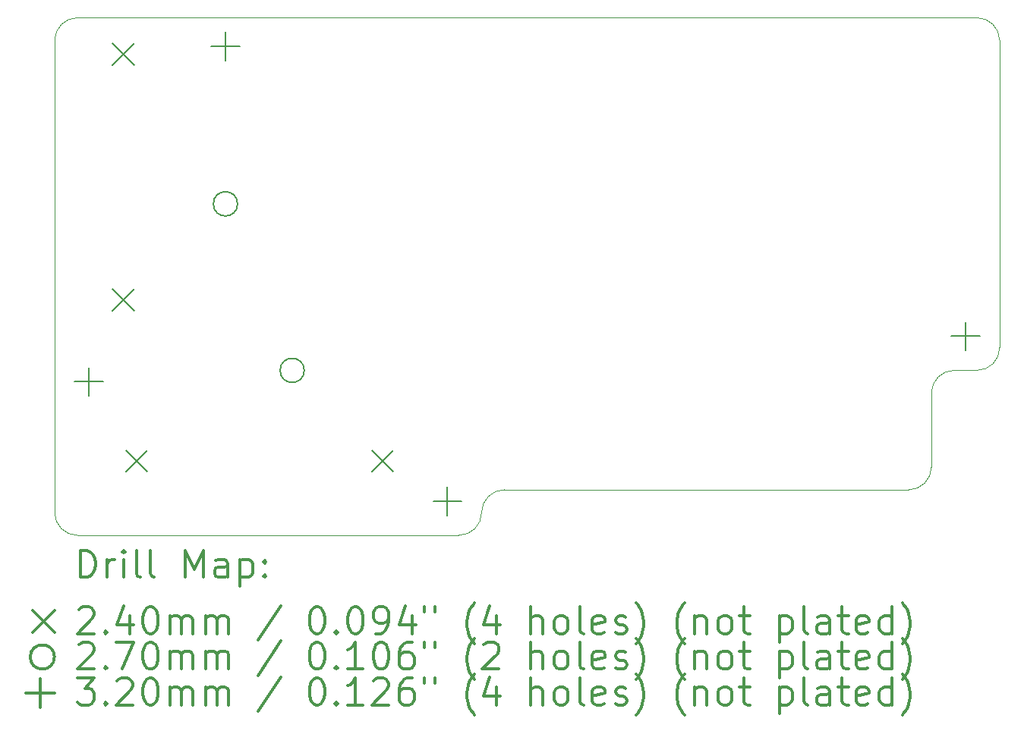
<source format=gbr>
%FSLAX45Y45*%
G04 Gerber Fmt 4.5, Leading zero omitted, Abs format (unit mm)*
G04 Created by KiCad (PCBNEW 5.1.5) date 2020-04-03 19:56:20*
%MOMM*%
%LPD*%
G04 APERTURE LIST*
%TA.AperFunction,Profile*%
%ADD10C,0.050000*%
%TD*%
%ADD11C,0.200000*%
%ADD12C,0.300000*%
G04 APERTURE END LIST*
D10*
X1778000Y-10350500D02*
X1778000Y-5080000D01*
X6286500Y-10604500D02*
X2032000Y-10604500D01*
X11303000Y-10096500D02*
X6794500Y-10096500D01*
X11557000Y-9017000D02*
X11557000Y-9842500D01*
X12065000Y-8763000D02*
X11811000Y-8763000D01*
X12319000Y-5080000D02*
X12319000Y-8509000D01*
X2032000Y-4826000D02*
X12065000Y-4826000D01*
X1778000Y-5080000D02*
G75*
G02X2032000Y-4826000I254000J0D01*
G01*
X2032000Y-10604500D02*
G75*
G02X1778000Y-10350500I0J254000D01*
G01*
X6540500Y-10350500D02*
G75*
G02X6286500Y-10604500I-254000J0D01*
G01*
X6540500Y-10350500D02*
G75*
G02X6794500Y-10096500I254000J0D01*
G01*
X11557000Y-9842500D02*
G75*
G02X11303000Y-10096500I-254000J0D01*
G01*
X11557000Y-9017000D02*
G75*
G02X11811000Y-8763000I254000J0D01*
G01*
X12319000Y-8509000D02*
G75*
G02X12065000Y-8763000I-254000J0D01*
G01*
X12065000Y-4826000D02*
G75*
G02X12319000Y-5080000I0J-254000D01*
G01*
D11*
X2424000Y-5112000D02*
X2664000Y-5352000D01*
X2664000Y-5112000D02*
X2424000Y-5352000D01*
X2424000Y-7856000D02*
X2664000Y-8096000D01*
X2664000Y-7856000D02*
X2424000Y-8096000D01*
X2572000Y-9655000D02*
X2812000Y-9895000D01*
X2812000Y-9655000D02*
X2572000Y-9895000D01*
X5316000Y-9655000D02*
X5556000Y-9895000D01*
X5556000Y-9655000D02*
X5316000Y-9895000D01*
X4562000Y-8763000D02*
G75*
G03X4562000Y-8763000I-135000J0D01*
G01*
X3818000Y-6903500D02*
G75*
G03X3818000Y-6903500I-135000J0D01*
G01*
X11938000Y-8222000D02*
X11938000Y-8542000D01*
X11778000Y-8382000D02*
X12098000Y-8382000D01*
X3683000Y-4983500D02*
X3683000Y-5303500D01*
X3523000Y-5143500D02*
X3843000Y-5143500D01*
X2159000Y-8730000D02*
X2159000Y-9050000D01*
X1999000Y-8890000D02*
X2319000Y-8890000D01*
X6159500Y-10063500D02*
X6159500Y-10383500D01*
X5999500Y-10223500D02*
X6319500Y-10223500D01*
D12*
X2061928Y-11072714D02*
X2061928Y-10772714D01*
X2133357Y-10772714D01*
X2176214Y-10787000D01*
X2204786Y-10815572D01*
X2219071Y-10844143D01*
X2233357Y-10901286D01*
X2233357Y-10944143D01*
X2219071Y-11001286D01*
X2204786Y-11029857D01*
X2176214Y-11058429D01*
X2133357Y-11072714D01*
X2061928Y-11072714D01*
X2361928Y-11072714D02*
X2361928Y-10872714D01*
X2361928Y-10929857D02*
X2376214Y-10901286D01*
X2390500Y-10887000D01*
X2419071Y-10872714D01*
X2447643Y-10872714D01*
X2547643Y-11072714D02*
X2547643Y-10872714D01*
X2547643Y-10772714D02*
X2533357Y-10787000D01*
X2547643Y-10801286D01*
X2561928Y-10787000D01*
X2547643Y-10772714D01*
X2547643Y-10801286D01*
X2733357Y-11072714D02*
X2704786Y-11058429D01*
X2690500Y-11029857D01*
X2690500Y-10772714D01*
X2890500Y-11072714D02*
X2861928Y-11058429D01*
X2847643Y-11029857D01*
X2847643Y-10772714D01*
X3233357Y-11072714D02*
X3233357Y-10772714D01*
X3333357Y-10987000D01*
X3433357Y-10772714D01*
X3433357Y-11072714D01*
X3704786Y-11072714D02*
X3704786Y-10915572D01*
X3690500Y-10887000D01*
X3661928Y-10872714D01*
X3604786Y-10872714D01*
X3576214Y-10887000D01*
X3704786Y-11058429D02*
X3676214Y-11072714D01*
X3604786Y-11072714D01*
X3576214Y-11058429D01*
X3561928Y-11029857D01*
X3561928Y-11001286D01*
X3576214Y-10972714D01*
X3604786Y-10958429D01*
X3676214Y-10958429D01*
X3704786Y-10944143D01*
X3847643Y-10872714D02*
X3847643Y-11172714D01*
X3847643Y-10887000D02*
X3876214Y-10872714D01*
X3933357Y-10872714D01*
X3961928Y-10887000D01*
X3976214Y-10901286D01*
X3990500Y-10929857D01*
X3990500Y-11015572D01*
X3976214Y-11044143D01*
X3961928Y-11058429D01*
X3933357Y-11072714D01*
X3876214Y-11072714D01*
X3847643Y-11058429D01*
X4119071Y-11044143D02*
X4133357Y-11058429D01*
X4119071Y-11072714D01*
X4104786Y-11058429D01*
X4119071Y-11044143D01*
X4119071Y-11072714D01*
X4119071Y-10887000D02*
X4133357Y-10901286D01*
X4119071Y-10915572D01*
X4104786Y-10901286D01*
X4119071Y-10887000D01*
X4119071Y-10915572D01*
X1535500Y-11447000D02*
X1775500Y-11687000D01*
X1775500Y-11447000D02*
X1535500Y-11687000D01*
X2047643Y-11431286D02*
X2061928Y-11417000D01*
X2090500Y-11402714D01*
X2161928Y-11402714D01*
X2190500Y-11417000D01*
X2204786Y-11431286D01*
X2219071Y-11459857D01*
X2219071Y-11488429D01*
X2204786Y-11531286D01*
X2033357Y-11702714D01*
X2219071Y-11702714D01*
X2347643Y-11674143D02*
X2361928Y-11688429D01*
X2347643Y-11702714D01*
X2333357Y-11688429D01*
X2347643Y-11674143D01*
X2347643Y-11702714D01*
X2619071Y-11502714D02*
X2619071Y-11702714D01*
X2547643Y-11388429D02*
X2476214Y-11602714D01*
X2661928Y-11602714D01*
X2833357Y-11402714D02*
X2861928Y-11402714D01*
X2890500Y-11417000D01*
X2904786Y-11431286D01*
X2919071Y-11459857D01*
X2933357Y-11517000D01*
X2933357Y-11588429D01*
X2919071Y-11645571D01*
X2904786Y-11674143D01*
X2890500Y-11688429D01*
X2861928Y-11702714D01*
X2833357Y-11702714D01*
X2804786Y-11688429D01*
X2790500Y-11674143D01*
X2776214Y-11645571D01*
X2761928Y-11588429D01*
X2761928Y-11517000D01*
X2776214Y-11459857D01*
X2790500Y-11431286D01*
X2804786Y-11417000D01*
X2833357Y-11402714D01*
X3061928Y-11702714D02*
X3061928Y-11502714D01*
X3061928Y-11531286D02*
X3076214Y-11517000D01*
X3104786Y-11502714D01*
X3147643Y-11502714D01*
X3176214Y-11517000D01*
X3190500Y-11545571D01*
X3190500Y-11702714D01*
X3190500Y-11545571D02*
X3204786Y-11517000D01*
X3233357Y-11502714D01*
X3276214Y-11502714D01*
X3304786Y-11517000D01*
X3319071Y-11545571D01*
X3319071Y-11702714D01*
X3461928Y-11702714D02*
X3461928Y-11502714D01*
X3461928Y-11531286D02*
X3476214Y-11517000D01*
X3504786Y-11502714D01*
X3547643Y-11502714D01*
X3576214Y-11517000D01*
X3590500Y-11545571D01*
X3590500Y-11702714D01*
X3590500Y-11545571D02*
X3604786Y-11517000D01*
X3633357Y-11502714D01*
X3676214Y-11502714D01*
X3704786Y-11517000D01*
X3719071Y-11545571D01*
X3719071Y-11702714D01*
X4304786Y-11388429D02*
X4047643Y-11774143D01*
X4690500Y-11402714D02*
X4719071Y-11402714D01*
X4747643Y-11417000D01*
X4761928Y-11431286D01*
X4776214Y-11459857D01*
X4790500Y-11517000D01*
X4790500Y-11588429D01*
X4776214Y-11645571D01*
X4761928Y-11674143D01*
X4747643Y-11688429D01*
X4719071Y-11702714D01*
X4690500Y-11702714D01*
X4661928Y-11688429D01*
X4647643Y-11674143D01*
X4633357Y-11645571D01*
X4619071Y-11588429D01*
X4619071Y-11517000D01*
X4633357Y-11459857D01*
X4647643Y-11431286D01*
X4661928Y-11417000D01*
X4690500Y-11402714D01*
X4919071Y-11674143D02*
X4933357Y-11688429D01*
X4919071Y-11702714D01*
X4904786Y-11688429D01*
X4919071Y-11674143D01*
X4919071Y-11702714D01*
X5119071Y-11402714D02*
X5147643Y-11402714D01*
X5176214Y-11417000D01*
X5190500Y-11431286D01*
X5204786Y-11459857D01*
X5219071Y-11517000D01*
X5219071Y-11588429D01*
X5204786Y-11645571D01*
X5190500Y-11674143D01*
X5176214Y-11688429D01*
X5147643Y-11702714D01*
X5119071Y-11702714D01*
X5090500Y-11688429D01*
X5076214Y-11674143D01*
X5061928Y-11645571D01*
X5047643Y-11588429D01*
X5047643Y-11517000D01*
X5061928Y-11459857D01*
X5076214Y-11431286D01*
X5090500Y-11417000D01*
X5119071Y-11402714D01*
X5361928Y-11702714D02*
X5419071Y-11702714D01*
X5447643Y-11688429D01*
X5461928Y-11674143D01*
X5490500Y-11631286D01*
X5504786Y-11574143D01*
X5504786Y-11459857D01*
X5490500Y-11431286D01*
X5476214Y-11417000D01*
X5447643Y-11402714D01*
X5390500Y-11402714D01*
X5361928Y-11417000D01*
X5347643Y-11431286D01*
X5333357Y-11459857D01*
X5333357Y-11531286D01*
X5347643Y-11559857D01*
X5361928Y-11574143D01*
X5390500Y-11588429D01*
X5447643Y-11588429D01*
X5476214Y-11574143D01*
X5490500Y-11559857D01*
X5504786Y-11531286D01*
X5761928Y-11502714D02*
X5761928Y-11702714D01*
X5690500Y-11388429D02*
X5619071Y-11602714D01*
X5804786Y-11602714D01*
X5904786Y-11402714D02*
X5904786Y-11459857D01*
X6019071Y-11402714D02*
X6019071Y-11459857D01*
X6461928Y-11817000D02*
X6447643Y-11802714D01*
X6419071Y-11759857D01*
X6404786Y-11731286D01*
X6390500Y-11688429D01*
X6376214Y-11617000D01*
X6376214Y-11559857D01*
X6390500Y-11488429D01*
X6404786Y-11445571D01*
X6419071Y-11417000D01*
X6447643Y-11374143D01*
X6461928Y-11359857D01*
X6704786Y-11502714D02*
X6704786Y-11702714D01*
X6633357Y-11388429D02*
X6561928Y-11602714D01*
X6747643Y-11602714D01*
X7090500Y-11702714D02*
X7090500Y-11402714D01*
X7219071Y-11702714D02*
X7219071Y-11545571D01*
X7204786Y-11517000D01*
X7176214Y-11502714D01*
X7133357Y-11502714D01*
X7104786Y-11517000D01*
X7090500Y-11531286D01*
X7404786Y-11702714D02*
X7376214Y-11688429D01*
X7361928Y-11674143D01*
X7347643Y-11645571D01*
X7347643Y-11559857D01*
X7361928Y-11531286D01*
X7376214Y-11517000D01*
X7404786Y-11502714D01*
X7447643Y-11502714D01*
X7476214Y-11517000D01*
X7490500Y-11531286D01*
X7504786Y-11559857D01*
X7504786Y-11645571D01*
X7490500Y-11674143D01*
X7476214Y-11688429D01*
X7447643Y-11702714D01*
X7404786Y-11702714D01*
X7676214Y-11702714D02*
X7647643Y-11688429D01*
X7633357Y-11659857D01*
X7633357Y-11402714D01*
X7904786Y-11688429D02*
X7876214Y-11702714D01*
X7819071Y-11702714D01*
X7790500Y-11688429D01*
X7776214Y-11659857D01*
X7776214Y-11545571D01*
X7790500Y-11517000D01*
X7819071Y-11502714D01*
X7876214Y-11502714D01*
X7904786Y-11517000D01*
X7919071Y-11545571D01*
X7919071Y-11574143D01*
X7776214Y-11602714D01*
X8033357Y-11688429D02*
X8061928Y-11702714D01*
X8119071Y-11702714D01*
X8147643Y-11688429D01*
X8161928Y-11659857D01*
X8161928Y-11645571D01*
X8147643Y-11617000D01*
X8119071Y-11602714D01*
X8076214Y-11602714D01*
X8047643Y-11588429D01*
X8033357Y-11559857D01*
X8033357Y-11545571D01*
X8047643Y-11517000D01*
X8076214Y-11502714D01*
X8119071Y-11502714D01*
X8147643Y-11517000D01*
X8261928Y-11817000D02*
X8276214Y-11802714D01*
X8304786Y-11759857D01*
X8319071Y-11731286D01*
X8333357Y-11688429D01*
X8347643Y-11617000D01*
X8347643Y-11559857D01*
X8333357Y-11488429D01*
X8319071Y-11445571D01*
X8304786Y-11417000D01*
X8276214Y-11374143D01*
X8261928Y-11359857D01*
X8804786Y-11817000D02*
X8790500Y-11802714D01*
X8761928Y-11759857D01*
X8747643Y-11731286D01*
X8733357Y-11688429D01*
X8719071Y-11617000D01*
X8719071Y-11559857D01*
X8733357Y-11488429D01*
X8747643Y-11445571D01*
X8761928Y-11417000D01*
X8790500Y-11374143D01*
X8804786Y-11359857D01*
X8919071Y-11502714D02*
X8919071Y-11702714D01*
X8919071Y-11531286D02*
X8933357Y-11517000D01*
X8961928Y-11502714D01*
X9004786Y-11502714D01*
X9033357Y-11517000D01*
X9047643Y-11545571D01*
X9047643Y-11702714D01*
X9233357Y-11702714D02*
X9204786Y-11688429D01*
X9190500Y-11674143D01*
X9176214Y-11645571D01*
X9176214Y-11559857D01*
X9190500Y-11531286D01*
X9204786Y-11517000D01*
X9233357Y-11502714D01*
X9276214Y-11502714D01*
X9304786Y-11517000D01*
X9319071Y-11531286D01*
X9333357Y-11559857D01*
X9333357Y-11645571D01*
X9319071Y-11674143D01*
X9304786Y-11688429D01*
X9276214Y-11702714D01*
X9233357Y-11702714D01*
X9419071Y-11502714D02*
X9533357Y-11502714D01*
X9461928Y-11402714D02*
X9461928Y-11659857D01*
X9476214Y-11688429D01*
X9504786Y-11702714D01*
X9533357Y-11702714D01*
X9861928Y-11502714D02*
X9861928Y-11802714D01*
X9861928Y-11517000D02*
X9890500Y-11502714D01*
X9947643Y-11502714D01*
X9976214Y-11517000D01*
X9990500Y-11531286D01*
X10004786Y-11559857D01*
X10004786Y-11645571D01*
X9990500Y-11674143D01*
X9976214Y-11688429D01*
X9947643Y-11702714D01*
X9890500Y-11702714D01*
X9861928Y-11688429D01*
X10176214Y-11702714D02*
X10147643Y-11688429D01*
X10133357Y-11659857D01*
X10133357Y-11402714D01*
X10419071Y-11702714D02*
X10419071Y-11545571D01*
X10404786Y-11517000D01*
X10376214Y-11502714D01*
X10319071Y-11502714D01*
X10290500Y-11517000D01*
X10419071Y-11688429D02*
X10390500Y-11702714D01*
X10319071Y-11702714D01*
X10290500Y-11688429D01*
X10276214Y-11659857D01*
X10276214Y-11631286D01*
X10290500Y-11602714D01*
X10319071Y-11588429D01*
X10390500Y-11588429D01*
X10419071Y-11574143D01*
X10519071Y-11502714D02*
X10633357Y-11502714D01*
X10561928Y-11402714D02*
X10561928Y-11659857D01*
X10576214Y-11688429D01*
X10604786Y-11702714D01*
X10633357Y-11702714D01*
X10847643Y-11688429D02*
X10819071Y-11702714D01*
X10761928Y-11702714D01*
X10733357Y-11688429D01*
X10719071Y-11659857D01*
X10719071Y-11545571D01*
X10733357Y-11517000D01*
X10761928Y-11502714D01*
X10819071Y-11502714D01*
X10847643Y-11517000D01*
X10861928Y-11545571D01*
X10861928Y-11574143D01*
X10719071Y-11602714D01*
X11119071Y-11702714D02*
X11119071Y-11402714D01*
X11119071Y-11688429D02*
X11090500Y-11702714D01*
X11033357Y-11702714D01*
X11004786Y-11688429D01*
X10990500Y-11674143D01*
X10976214Y-11645571D01*
X10976214Y-11559857D01*
X10990500Y-11531286D01*
X11004786Y-11517000D01*
X11033357Y-11502714D01*
X11090500Y-11502714D01*
X11119071Y-11517000D01*
X11233357Y-11817000D02*
X11247643Y-11802714D01*
X11276214Y-11759857D01*
X11290500Y-11731286D01*
X11304786Y-11688429D01*
X11319071Y-11617000D01*
X11319071Y-11559857D01*
X11304786Y-11488429D01*
X11290500Y-11445571D01*
X11276214Y-11417000D01*
X11247643Y-11374143D01*
X11233357Y-11359857D01*
X1775500Y-11963000D02*
G75*
G03X1775500Y-11963000I-135000J0D01*
G01*
X2047643Y-11827286D02*
X2061928Y-11813000D01*
X2090500Y-11798714D01*
X2161928Y-11798714D01*
X2190500Y-11813000D01*
X2204786Y-11827286D01*
X2219071Y-11855857D01*
X2219071Y-11884429D01*
X2204786Y-11927286D01*
X2033357Y-12098714D01*
X2219071Y-12098714D01*
X2347643Y-12070143D02*
X2361928Y-12084429D01*
X2347643Y-12098714D01*
X2333357Y-12084429D01*
X2347643Y-12070143D01*
X2347643Y-12098714D01*
X2461928Y-11798714D02*
X2661928Y-11798714D01*
X2533357Y-12098714D01*
X2833357Y-11798714D02*
X2861928Y-11798714D01*
X2890500Y-11813000D01*
X2904786Y-11827286D01*
X2919071Y-11855857D01*
X2933357Y-11913000D01*
X2933357Y-11984429D01*
X2919071Y-12041571D01*
X2904786Y-12070143D01*
X2890500Y-12084429D01*
X2861928Y-12098714D01*
X2833357Y-12098714D01*
X2804786Y-12084429D01*
X2790500Y-12070143D01*
X2776214Y-12041571D01*
X2761928Y-11984429D01*
X2761928Y-11913000D01*
X2776214Y-11855857D01*
X2790500Y-11827286D01*
X2804786Y-11813000D01*
X2833357Y-11798714D01*
X3061928Y-12098714D02*
X3061928Y-11898714D01*
X3061928Y-11927286D02*
X3076214Y-11913000D01*
X3104786Y-11898714D01*
X3147643Y-11898714D01*
X3176214Y-11913000D01*
X3190500Y-11941571D01*
X3190500Y-12098714D01*
X3190500Y-11941571D02*
X3204786Y-11913000D01*
X3233357Y-11898714D01*
X3276214Y-11898714D01*
X3304786Y-11913000D01*
X3319071Y-11941571D01*
X3319071Y-12098714D01*
X3461928Y-12098714D02*
X3461928Y-11898714D01*
X3461928Y-11927286D02*
X3476214Y-11913000D01*
X3504786Y-11898714D01*
X3547643Y-11898714D01*
X3576214Y-11913000D01*
X3590500Y-11941571D01*
X3590500Y-12098714D01*
X3590500Y-11941571D02*
X3604786Y-11913000D01*
X3633357Y-11898714D01*
X3676214Y-11898714D01*
X3704786Y-11913000D01*
X3719071Y-11941571D01*
X3719071Y-12098714D01*
X4304786Y-11784429D02*
X4047643Y-12170143D01*
X4690500Y-11798714D02*
X4719071Y-11798714D01*
X4747643Y-11813000D01*
X4761928Y-11827286D01*
X4776214Y-11855857D01*
X4790500Y-11913000D01*
X4790500Y-11984429D01*
X4776214Y-12041571D01*
X4761928Y-12070143D01*
X4747643Y-12084429D01*
X4719071Y-12098714D01*
X4690500Y-12098714D01*
X4661928Y-12084429D01*
X4647643Y-12070143D01*
X4633357Y-12041571D01*
X4619071Y-11984429D01*
X4619071Y-11913000D01*
X4633357Y-11855857D01*
X4647643Y-11827286D01*
X4661928Y-11813000D01*
X4690500Y-11798714D01*
X4919071Y-12070143D02*
X4933357Y-12084429D01*
X4919071Y-12098714D01*
X4904786Y-12084429D01*
X4919071Y-12070143D01*
X4919071Y-12098714D01*
X5219071Y-12098714D02*
X5047643Y-12098714D01*
X5133357Y-12098714D02*
X5133357Y-11798714D01*
X5104786Y-11841571D01*
X5076214Y-11870143D01*
X5047643Y-11884429D01*
X5404786Y-11798714D02*
X5433357Y-11798714D01*
X5461928Y-11813000D01*
X5476214Y-11827286D01*
X5490500Y-11855857D01*
X5504786Y-11913000D01*
X5504786Y-11984429D01*
X5490500Y-12041571D01*
X5476214Y-12070143D01*
X5461928Y-12084429D01*
X5433357Y-12098714D01*
X5404786Y-12098714D01*
X5376214Y-12084429D01*
X5361928Y-12070143D01*
X5347643Y-12041571D01*
X5333357Y-11984429D01*
X5333357Y-11913000D01*
X5347643Y-11855857D01*
X5361928Y-11827286D01*
X5376214Y-11813000D01*
X5404786Y-11798714D01*
X5761928Y-11798714D02*
X5704786Y-11798714D01*
X5676214Y-11813000D01*
X5661928Y-11827286D01*
X5633357Y-11870143D01*
X5619071Y-11927286D01*
X5619071Y-12041571D01*
X5633357Y-12070143D01*
X5647643Y-12084429D01*
X5676214Y-12098714D01*
X5733357Y-12098714D01*
X5761928Y-12084429D01*
X5776214Y-12070143D01*
X5790500Y-12041571D01*
X5790500Y-11970143D01*
X5776214Y-11941571D01*
X5761928Y-11927286D01*
X5733357Y-11913000D01*
X5676214Y-11913000D01*
X5647643Y-11927286D01*
X5633357Y-11941571D01*
X5619071Y-11970143D01*
X5904786Y-11798714D02*
X5904786Y-11855857D01*
X6019071Y-11798714D02*
X6019071Y-11855857D01*
X6461928Y-12213000D02*
X6447643Y-12198714D01*
X6419071Y-12155857D01*
X6404786Y-12127286D01*
X6390500Y-12084429D01*
X6376214Y-12013000D01*
X6376214Y-11955857D01*
X6390500Y-11884429D01*
X6404786Y-11841571D01*
X6419071Y-11813000D01*
X6447643Y-11770143D01*
X6461928Y-11755857D01*
X6561928Y-11827286D02*
X6576214Y-11813000D01*
X6604786Y-11798714D01*
X6676214Y-11798714D01*
X6704786Y-11813000D01*
X6719071Y-11827286D01*
X6733357Y-11855857D01*
X6733357Y-11884429D01*
X6719071Y-11927286D01*
X6547643Y-12098714D01*
X6733357Y-12098714D01*
X7090500Y-12098714D02*
X7090500Y-11798714D01*
X7219071Y-12098714D02*
X7219071Y-11941571D01*
X7204786Y-11913000D01*
X7176214Y-11898714D01*
X7133357Y-11898714D01*
X7104786Y-11913000D01*
X7090500Y-11927286D01*
X7404786Y-12098714D02*
X7376214Y-12084429D01*
X7361928Y-12070143D01*
X7347643Y-12041571D01*
X7347643Y-11955857D01*
X7361928Y-11927286D01*
X7376214Y-11913000D01*
X7404786Y-11898714D01*
X7447643Y-11898714D01*
X7476214Y-11913000D01*
X7490500Y-11927286D01*
X7504786Y-11955857D01*
X7504786Y-12041571D01*
X7490500Y-12070143D01*
X7476214Y-12084429D01*
X7447643Y-12098714D01*
X7404786Y-12098714D01*
X7676214Y-12098714D02*
X7647643Y-12084429D01*
X7633357Y-12055857D01*
X7633357Y-11798714D01*
X7904786Y-12084429D02*
X7876214Y-12098714D01*
X7819071Y-12098714D01*
X7790500Y-12084429D01*
X7776214Y-12055857D01*
X7776214Y-11941571D01*
X7790500Y-11913000D01*
X7819071Y-11898714D01*
X7876214Y-11898714D01*
X7904786Y-11913000D01*
X7919071Y-11941571D01*
X7919071Y-11970143D01*
X7776214Y-11998714D01*
X8033357Y-12084429D02*
X8061928Y-12098714D01*
X8119071Y-12098714D01*
X8147643Y-12084429D01*
X8161928Y-12055857D01*
X8161928Y-12041571D01*
X8147643Y-12013000D01*
X8119071Y-11998714D01*
X8076214Y-11998714D01*
X8047643Y-11984429D01*
X8033357Y-11955857D01*
X8033357Y-11941571D01*
X8047643Y-11913000D01*
X8076214Y-11898714D01*
X8119071Y-11898714D01*
X8147643Y-11913000D01*
X8261928Y-12213000D02*
X8276214Y-12198714D01*
X8304786Y-12155857D01*
X8319071Y-12127286D01*
X8333357Y-12084429D01*
X8347643Y-12013000D01*
X8347643Y-11955857D01*
X8333357Y-11884429D01*
X8319071Y-11841571D01*
X8304786Y-11813000D01*
X8276214Y-11770143D01*
X8261928Y-11755857D01*
X8804786Y-12213000D02*
X8790500Y-12198714D01*
X8761928Y-12155857D01*
X8747643Y-12127286D01*
X8733357Y-12084429D01*
X8719071Y-12013000D01*
X8719071Y-11955857D01*
X8733357Y-11884429D01*
X8747643Y-11841571D01*
X8761928Y-11813000D01*
X8790500Y-11770143D01*
X8804786Y-11755857D01*
X8919071Y-11898714D02*
X8919071Y-12098714D01*
X8919071Y-11927286D02*
X8933357Y-11913000D01*
X8961928Y-11898714D01*
X9004786Y-11898714D01*
X9033357Y-11913000D01*
X9047643Y-11941571D01*
X9047643Y-12098714D01*
X9233357Y-12098714D02*
X9204786Y-12084429D01*
X9190500Y-12070143D01*
X9176214Y-12041571D01*
X9176214Y-11955857D01*
X9190500Y-11927286D01*
X9204786Y-11913000D01*
X9233357Y-11898714D01*
X9276214Y-11898714D01*
X9304786Y-11913000D01*
X9319071Y-11927286D01*
X9333357Y-11955857D01*
X9333357Y-12041571D01*
X9319071Y-12070143D01*
X9304786Y-12084429D01*
X9276214Y-12098714D01*
X9233357Y-12098714D01*
X9419071Y-11898714D02*
X9533357Y-11898714D01*
X9461928Y-11798714D02*
X9461928Y-12055857D01*
X9476214Y-12084429D01*
X9504786Y-12098714D01*
X9533357Y-12098714D01*
X9861928Y-11898714D02*
X9861928Y-12198714D01*
X9861928Y-11913000D02*
X9890500Y-11898714D01*
X9947643Y-11898714D01*
X9976214Y-11913000D01*
X9990500Y-11927286D01*
X10004786Y-11955857D01*
X10004786Y-12041571D01*
X9990500Y-12070143D01*
X9976214Y-12084429D01*
X9947643Y-12098714D01*
X9890500Y-12098714D01*
X9861928Y-12084429D01*
X10176214Y-12098714D02*
X10147643Y-12084429D01*
X10133357Y-12055857D01*
X10133357Y-11798714D01*
X10419071Y-12098714D02*
X10419071Y-11941571D01*
X10404786Y-11913000D01*
X10376214Y-11898714D01*
X10319071Y-11898714D01*
X10290500Y-11913000D01*
X10419071Y-12084429D02*
X10390500Y-12098714D01*
X10319071Y-12098714D01*
X10290500Y-12084429D01*
X10276214Y-12055857D01*
X10276214Y-12027286D01*
X10290500Y-11998714D01*
X10319071Y-11984429D01*
X10390500Y-11984429D01*
X10419071Y-11970143D01*
X10519071Y-11898714D02*
X10633357Y-11898714D01*
X10561928Y-11798714D02*
X10561928Y-12055857D01*
X10576214Y-12084429D01*
X10604786Y-12098714D01*
X10633357Y-12098714D01*
X10847643Y-12084429D02*
X10819071Y-12098714D01*
X10761928Y-12098714D01*
X10733357Y-12084429D01*
X10719071Y-12055857D01*
X10719071Y-11941571D01*
X10733357Y-11913000D01*
X10761928Y-11898714D01*
X10819071Y-11898714D01*
X10847643Y-11913000D01*
X10861928Y-11941571D01*
X10861928Y-11970143D01*
X10719071Y-11998714D01*
X11119071Y-12098714D02*
X11119071Y-11798714D01*
X11119071Y-12084429D02*
X11090500Y-12098714D01*
X11033357Y-12098714D01*
X11004786Y-12084429D01*
X10990500Y-12070143D01*
X10976214Y-12041571D01*
X10976214Y-11955857D01*
X10990500Y-11927286D01*
X11004786Y-11913000D01*
X11033357Y-11898714D01*
X11090500Y-11898714D01*
X11119071Y-11913000D01*
X11233357Y-12213000D02*
X11247643Y-12198714D01*
X11276214Y-12155857D01*
X11290500Y-12127286D01*
X11304786Y-12084429D01*
X11319071Y-12013000D01*
X11319071Y-11955857D01*
X11304786Y-11884429D01*
X11290500Y-11841571D01*
X11276214Y-11813000D01*
X11247643Y-11770143D01*
X11233357Y-11755857D01*
X1615500Y-12203000D02*
X1615500Y-12523000D01*
X1455500Y-12363000D02*
X1775500Y-12363000D01*
X2033357Y-12198714D02*
X2219071Y-12198714D01*
X2119071Y-12313000D01*
X2161928Y-12313000D01*
X2190500Y-12327286D01*
X2204786Y-12341571D01*
X2219071Y-12370143D01*
X2219071Y-12441571D01*
X2204786Y-12470143D01*
X2190500Y-12484429D01*
X2161928Y-12498714D01*
X2076214Y-12498714D01*
X2047643Y-12484429D01*
X2033357Y-12470143D01*
X2347643Y-12470143D02*
X2361928Y-12484429D01*
X2347643Y-12498714D01*
X2333357Y-12484429D01*
X2347643Y-12470143D01*
X2347643Y-12498714D01*
X2476214Y-12227286D02*
X2490500Y-12213000D01*
X2519071Y-12198714D01*
X2590500Y-12198714D01*
X2619071Y-12213000D01*
X2633357Y-12227286D01*
X2647643Y-12255857D01*
X2647643Y-12284429D01*
X2633357Y-12327286D01*
X2461928Y-12498714D01*
X2647643Y-12498714D01*
X2833357Y-12198714D02*
X2861928Y-12198714D01*
X2890500Y-12213000D01*
X2904786Y-12227286D01*
X2919071Y-12255857D01*
X2933357Y-12313000D01*
X2933357Y-12384429D01*
X2919071Y-12441571D01*
X2904786Y-12470143D01*
X2890500Y-12484429D01*
X2861928Y-12498714D01*
X2833357Y-12498714D01*
X2804786Y-12484429D01*
X2790500Y-12470143D01*
X2776214Y-12441571D01*
X2761928Y-12384429D01*
X2761928Y-12313000D01*
X2776214Y-12255857D01*
X2790500Y-12227286D01*
X2804786Y-12213000D01*
X2833357Y-12198714D01*
X3061928Y-12498714D02*
X3061928Y-12298714D01*
X3061928Y-12327286D02*
X3076214Y-12313000D01*
X3104786Y-12298714D01*
X3147643Y-12298714D01*
X3176214Y-12313000D01*
X3190500Y-12341571D01*
X3190500Y-12498714D01*
X3190500Y-12341571D02*
X3204786Y-12313000D01*
X3233357Y-12298714D01*
X3276214Y-12298714D01*
X3304786Y-12313000D01*
X3319071Y-12341571D01*
X3319071Y-12498714D01*
X3461928Y-12498714D02*
X3461928Y-12298714D01*
X3461928Y-12327286D02*
X3476214Y-12313000D01*
X3504786Y-12298714D01*
X3547643Y-12298714D01*
X3576214Y-12313000D01*
X3590500Y-12341571D01*
X3590500Y-12498714D01*
X3590500Y-12341571D02*
X3604786Y-12313000D01*
X3633357Y-12298714D01*
X3676214Y-12298714D01*
X3704786Y-12313000D01*
X3719071Y-12341571D01*
X3719071Y-12498714D01*
X4304786Y-12184429D02*
X4047643Y-12570143D01*
X4690500Y-12198714D02*
X4719071Y-12198714D01*
X4747643Y-12213000D01*
X4761928Y-12227286D01*
X4776214Y-12255857D01*
X4790500Y-12313000D01*
X4790500Y-12384429D01*
X4776214Y-12441571D01*
X4761928Y-12470143D01*
X4747643Y-12484429D01*
X4719071Y-12498714D01*
X4690500Y-12498714D01*
X4661928Y-12484429D01*
X4647643Y-12470143D01*
X4633357Y-12441571D01*
X4619071Y-12384429D01*
X4619071Y-12313000D01*
X4633357Y-12255857D01*
X4647643Y-12227286D01*
X4661928Y-12213000D01*
X4690500Y-12198714D01*
X4919071Y-12470143D02*
X4933357Y-12484429D01*
X4919071Y-12498714D01*
X4904786Y-12484429D01*
X4919071Y-12470143D01*
X4919071Y-12498714D01*
X5219071Y-12498714D02*
X5047643Y-12498714D01*
X5133357Y-12498714D02*
X5133357Y-12198714D01*
X5104786Y-12241571D01*
X5076214Y-12270143D01*
X5047643Y-12284429D01*
X5333357Y-12227286D02*
X5347643Y-12213000D01*
X5376214Y-12198714D01*
X5447643Y-12198714D01*
X5476214Y-12213000D01*
X5490500Y-12227286D01*
X5504786Y-12255857D01*
X5504786Y-12284429D01*
X5490500Y-12327286D01*
X5319071Y-12498714D01*
X5504786Y-12498714D01*
X5761928Y-12198714D02*
X5704786Y-12198714D01*
X5676214Y-12213000D01*
X5661928Y-12227286D01*
X5633357Y-12270143D01*
X5619071Y-12327286D01*
X5619071Y-12441571D01*
X5633357Y-12470143D01*
X5647643Y-12484429D01*
X5676214Y-12498714D01*
X5733357Y-12498714D01*
X5761928Y-12484429D01*
X5776214Y-12470143D01*
X5790500Y-12441571D01*
X5790500Y-12370143D01*
X5776214Y-12341571D01*
X5761928Y-12327286D01*
X5733357Y-12313000D01*
X5676214Y-12313000D01*
X5647643Y-12327286D01*
X5633357Y-12341571D01*
X5619071Y-12370143D01*
X5904786Y-12198714D02*
X5904786Y-12255857D01*
X6019071Y-12198714D02*
X6019071Y-12255857D01*
X6461928Y-12613000D02*
X6447643Y-12598714D01*
X6419071Y-12555857D01*
X6404786Y-12527286D01*
X6390500Y-12484429D01*
X6376214Y-12413000D01*
X6376214Y-12355857D01*
X6390500Y-12284429D01*
X6404786Y-12241571D01*
X6419071Y-12213000D01*
X6447643Y-12170143D01*
X6461928Y-12155857D01*
X6704786Y-12298714D02*
X6704786Y-12498714D01*
X6633357Y-12184429D02*
X6561928Y-12398714D01*
X6747643Y-12398714D01*
X7090500Y-12498714D02*
X7090500Y-12198714D01*
X7219071Y-12498714D02*
X7219071Y-12341571D01*
X7204786Y-12313000D01*
X7176214Y-12298714D01*
X7133357Y-12298714D01*
X7104786Y-12313000D01*
X7090500Y-12327286D01*
X7404786Y-12498714D02*
X7376214Y-12484429D01*
X7361928Y-12470143D01*
X7347643Y-12441571D01*
X7347643Y-12355857D01*
X7361928Y-12327286D01*
X7376214Y-12313000D01*
X7404786Y-12298714D01*
X7447643Y-12298714D01*
X7476214Y-12313000D01*
X7490500Y-12327286D01*
X7504786Y-12355857D01*
X7504786Y-12441571D01*
X7490500Y-12470143D01*
X7476214Y-12484429D01*
X7447643Y-12498714D01*
X7404786Y-12498714D01*
X7676214Y-12498714D02*
X7647643Y-12484429D01*
X7633357Y-12455857D01*
X7633357Y-12198714D01*
X7904786Y-12484429D02*
X7876214Y-12498714D01*
X7819071Y-12498714D01*
X7790500Y-12484429D01*
X7776214Y-12455857D01*
X7776214Y-12341571D01*
X7790500Y-12313000D01*
X7819071Y-12298714D01*
X7876214Y-12298714D01*
X7904786Y-12313000D01*
X7919071Y-12341571D01*
X7919071Y-12370143D01*
X7776214Y-12398714D01*
X8033357Y-12484429D02*
X8061928Y-12498714D01*
X8119071Y-12498714D01*
X8147643Y-12484429D01*
X8161928Y-12455857D01*
X8161928Y-12441571D01*
X8147643Y-12413000D01*
X8119071Y-12398714D01*
X8076214Y-12398714D01*
X8047643Y-12384429D01*
X8033357Y-12355857D01*
X8033357Y-12341571D01*
X8047643Y-12313000D01*
X8076214Y-12298714D01*
X8119071Y-12298714D01*
X8147643Y-12313000D01*
X8261928Y-12613000D02*
X8276214Y-12598714D01*
X8304786Y-12555857D01*
X8319071Y-12527286D01*
X8333357Y-12484429D01*
X8347643Y-12413000D01*
X8347643Y-12355857D01*
X8333357Y-12284429D01*
X8319071Y-12241571D01*
X8304786Y-12213000D01*
X8276214Y-12170143D01*
X8261928Y-12155857D01*
X8804786Y-12613000D02*
X8790500Y-12598714D01*
X8761928Y-12555857D01*
X8747643Y-12527286D01*
X8733357Y-12484429D01*
X8719071Y-12413000D01*
X8719071Y-12355857D01*
X8733357Y-12284429D01*
X8747643Y-12241571D01*
X8761928Y-12213000D01*
X8790500Y-12170143D01*
X8804786Y-12155857D01*
X8919071Y-12298714D02*
X8919071Y-12498714D01*
X8919071Y-12327286D02*
X8933357Y-12313000D01*
X8961928Y-12298714D01*
X9004786Y-12298714D01*
X9033357Y-12313000D01*
X9047643Y-12341571D01*
X9047643Y-12498714D01*
X9233357Y-12498714D02*
X9204786Y-12484429D01*
X9190500Y-12470143D01*
X9176214Y-12441571D01*
X9176214Y-12355857D01*
X9190500Y-12327286D01*
X9204786Y-12313000D01*
X9233357Y-12298714D01*
X9276214Y-12298714D01*
X9304786Y-12313000D01*
X9319071Y-12327286D01*
X9333357Y-12355857D01*
X9333357Y-12441571D01*
X9319071Y-12470143D01*
X9304786Y-12484429D01*
X9276214Y-12498714D01*
X9233357Y-12498714D01*
X9419071Y-12298714D02*
X9533357Y-12298714D01*
X9461928Y-12198714D02*
X9461928Y-12455857D01*
X9476214Y-12484429D01*
X9504786Y-12498714D01*
X9533357Y-12498714D01*
X9861928Y-12298714D02*
X9861928Y-12598714D01*
X9861928Y-12313000D02*
X9890500Y-12298714D01*
X9947643Y-12298714D01*
X9976214Y-12313000D01*
X9990500Y-12327286D01*
X10004786Y-12355857D01*
X10004786Y-12441571D01*
X9990500Y-12470143D01*
X9976214Y-12484429D01*
X9947643Y-12498714D01*
X9890500Y-12498714D01*
X9861928Y-12484429D01*
X10176214Y-12498714D02*
X10147643Y-12484429D01*
X10133357Y-12455857D01*
X10133357Y-12198714D01*
X10419071Y-12498714D02*
X10419071Y-12341571D01*
X10404786Y-12313000D01*
X10376214Y-12298714D01*
X10319071Y-12298714D01*
X10290500Y-12313000D01*
X10419071Y-12484429D02*
X10390500Y-12498714D01*
X10319071Y-12498714D01*
X10290500Y-12484429D01*
X10276214Y-12455857D01*
X10276214Y-12427286D01*
X10290500Y-12398714D01*
X10319071Y-12384429D01*
X10390500Y-12384429D01*
X10419071Y-12370143D01*
X10519071Y-12298714D02*
X10633357Y-12298714D01*
X10561928Y-12198714D02*
X10561928Y-12455857D01*
X10576214Y-12484429D01*
X10604786Y-12498714D01*
X10633357Y-12498714D01*
X10847643Y-12484429D02*
X10819071Y-12498714D01*
X10761928Y-12498714D01*
X10733357Y-12484429D01*
X10719071Y-12455857D01*
X10719071Y-12341571D01*
X10733357Y-12313000D01*
X10761928Y-12298714D01*
X10819071Y-12298714D01*
X10847643Y-12313000D01*
X10861928Y-12341571D01*
X10861928Y-12370143D01*
X10719071Y-12398714D01*
X11119071Y-12498714D02*
X11119071Y-12198714D01*
X11119071Y-12484429D02*
X11090500Y-12498714D01*
X11033357Y-12498714D01*
X11004786Y-12484429D01*
X10990500Y-12470143D01*
X10976214Y-12441571D01*
X10976214Y-12355857D01*
X10990500Y-12327286D01*
X11004786Y-12313000D01*
X11033357Y-12298714D01*
X11090500Y-12298714D01*
X11119071Y-12313000D01*
X11233357Y-12613000D02*
X11247643Y-12598714D01*
X11276214Y-12555857D01*
X11290500Y-12527286D01*
X11304786Y-12484429D01*
X11319071Y-12413000D01*
X11319071Y-12355857D01*
X11304786Y-12284429D01*
X11290500Y-12241571D01*
X11276214Y-12213000D01*
X11247643Y-12170143D01*
X11233357Y-12155857D01*
M02*

</source>
